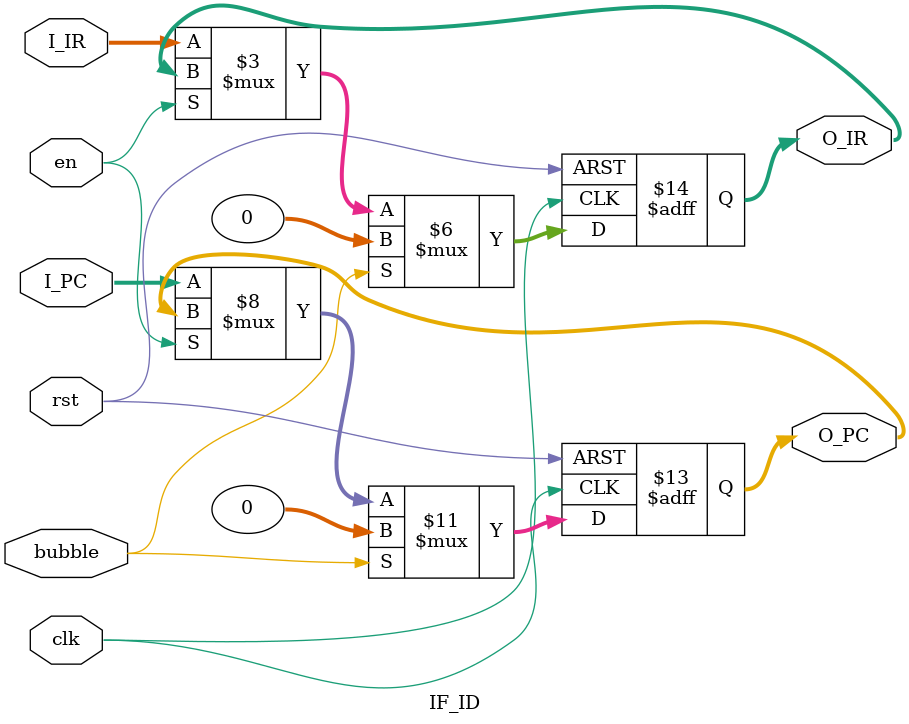
<source format=v>
`timescale 1ns / 1ps

module IF_ID(
	input clk,
	input rst,
	input en,
	input bubble,
	input [31:0] I_PC,
	input [31:0]I_IR,
	output reg [31:0]O_PC,
	output reg [31:0]O_IR
    );

always @(posedge clk or posedge rst)
begin
	if(rst)
	begin
		O_PC <= 0;
		O_IR <= 0;
	end
	else if(bubble)
	begin
		O_PC <= 0;
		O_IR <= 0;
	end
	else if(~en)
	begin
		O_PC <= I_PC;
		O_IR <= I_IR;
	end
end
endmodule

</source>
